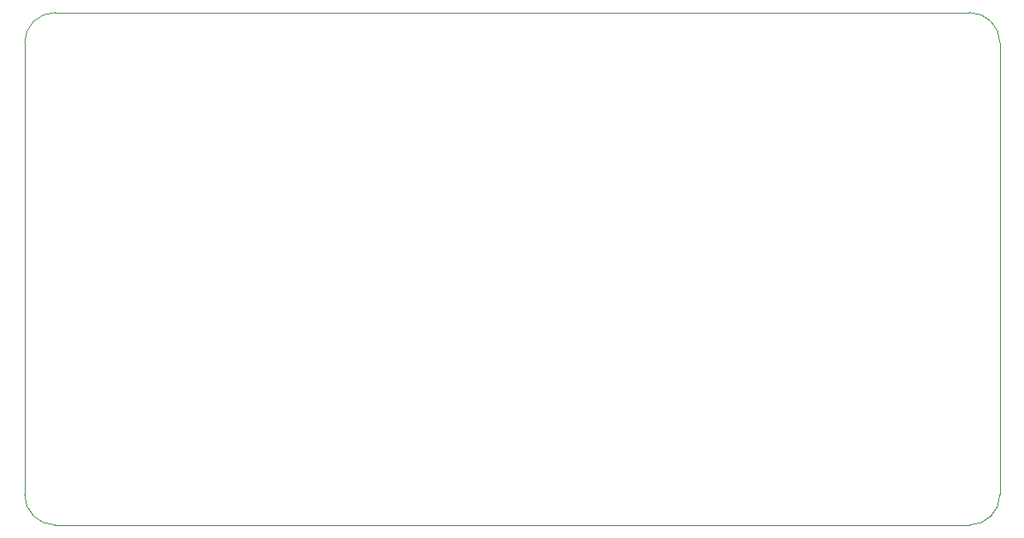
<source format=gm1>
G04 #@! TF.GenerationSoftware,KiCad,Pcbnew,(6.0.4)*
G04 #@! TF.CreationDate,2022-09-08T18:29:32-05:00*
G04 #@! TF.ProjectId,v2-PowerBook-BLUESCSI-dehij,76322d50-6f77-4657-9242-6f6f6b2d424c,rev?*
G04 #@! TF.SameCoordinates,Original*
G04 #@! TF.FileFunction,Profile,NP*
%FSLAX46Y46*%
G04 Gerber Fmt 4.6, Leading zero omitted, Abs format (unit mm)*
G04 Created by KiCad (PCBNEW (6.0.4)) date 2022-09-08 18:29:32*
%MOMM*%
%LPD*%
G01*
G04 APERTURE LIST*
G04 #@! TA.AperFunction,Profile*
%ADD10C,0.050000*%
G04 #@! TD*
G04 APERTURE END LIST*
D10*
X170180000Y-79200000D02*
G75*
G03*
X167180000Y-76200000I-3000000J0D01*
G01*
X167180000Y-127000000D02*
G75*
G03*
X170180000Y-124000000I0J3000000D01*
G01*
X73660000Y-124000000D02*
G75*
G03*
X76660000Y-127000000I3000000J0D01*
G01*
X76660000Y-76200000D02*
G75*
G03*
X73660000Y-79200000I0J-3000000D01*
G01*
X167180000Y-127000000D02*
X76660000Y-127000000D01*
X76660000Y-76200000D02*
X167180000Y-76200000D01*
X73660000Y-124000000D02*
X73660000Y-79200000D01*
X170180000Y-79200000D02*
X170180000Y-124000000D01*
M02*

</source>
